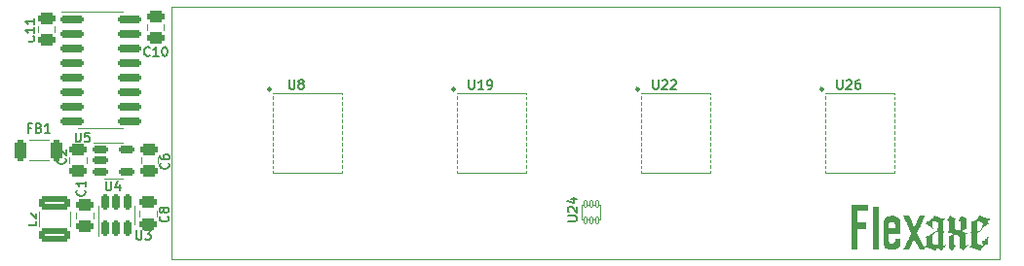
<source format=gto>
G04 #@! TF.GenerationSoftware,KiCad,Pcbnew,7.0.7-7.0.7~ubuntu22.04.1*
G04 #@! TF.CreationDate,2024-03-13T22:54:31+01:00*
G04 #@! TF.ProjectId,flexaxe,666c6578-6178-4652-9e6b-696361645f70,rev?*
G04 #@! TF.SameCoordinates,Original*
G04 #@! TF.FileFunction,Legend,Top*
G04 #@! TF.FilePolarity,Positive*
%FSLAX46Y46*%
G04 Gerber Fmt 4.6, Leading zero omitted, Abs format (unit mm)*
G04 Created by KiCad (PCBNEW 7.0.7-7.0.7~ubuntu22.04.1) date 2024-03-13 22:54:31*
%MOMM*%
%LPD*%
G01*
G04 APERTURE LIST*
G04 Aperture macros list*
%AMRoundRect*
0 Rectangle with rounded corners*
0 $1 Rounding radius*
0 $2 $3 $4 $5 $6 $7 $8 $9 X,Y pos of 4 corners*
0 Add a 4 corners polygon primitive as box body*
4,1,4,$2,$3,$4,$5,$6,$7,$8,$9,$2,$3,0*
0 Add four circle primitives for the rounded corners*
1,1,$1+$1,$2,$3*
1,1,$1+$1,$4,$5*
1,1,$1+$1,$6,$7*
1,1,$1+$1,$8,$9*
0 Add four rect primitives between the rounded corners*
20,1,$1+$1,$2,$3,$4,$5,0*
20,1,$1+$1,$4,$5,$6,$7,0*
20,1,$1+$1,$6,$7,$8,$9,0*
20,1,$1+$1,$8,$9,$2,$3,0*%
G04 Aperture macros list end*
%ADD10C,0.100000*%
%ADD11C,0.150000*%
%ADD12C,0.120000*%
%ADD13C,0.050000*%
%ADD14C,0.227485*%
%ADD15RoundRect,0.250000X-0.475000X0.250000X-0.475000X-0.250000X0.475000X-0.250000X0.475000X0.250000X0*%
%ADD16C,2.700000*%
%ADD17R,0.792000X0.221000*%
%ADD18R,3.900000X1.810000*%
%ADD19R,4.277000X4.530000*%
%ADD20RoundRect,0.150000X0.150000X-0.512500X0.150000X0.512500X-0.150000X0.512500X-0.150000X-0.512500X0*%
%ADD21RoundRect,0.150000X-0.512500X-0.150000X0.512500X-0.150000X0.512500X0.150000X-0.512500X0.150000X0*%
%ADD22C,0.900000*%
%ADD23C,8.600000*%
%ADD24RoundRect,0.150000X-0.825000X-0.150000X0.825000X-0.150000X0.825000X0.150000X-0.825000X0.150000X0*%
%ADD25RoundRect,0.050000X0.100000X-0.285000X0.100000X0.285000X-0.100000X0.285000X-0.100000X-0.285000X0*%
%ADD26RoundRect,0.250000X-1.075000X0.375000X-1.075000X-0.375000X1.075000X-0.375000X1.075000X0.375000X0*%
%ADD27RoundRect,0.250000X-0.275000X-0.700000X0.275000X-0.700000X0.275000X0.700000X-0.275000X0.700000X0*%
G04 APERTURE END LIST*
D10*
X113234000Y-71250000D02*
X185234000Y-71250000D01*
X185234000Y-93250000D02*
X113234000Y-93250000D01*
X113234000Y-93250000D02*
X113234000Y-71250000D01*
X185234000Y-71250000D02*
X185234000Y-93250000D01*
X113234000Y-93250000D02*
X113234000Y-71250000D01*
D11*
X112930104Y-89496932D02*
X112968200Y-89535028D01*
X112968200Y-89535028D02*
X113006295Y-89649313D01*
X113006295Y-89649313D02*
X113006295Y-89725504D01*
X113006295Y-89725504D02*
X112968200Y-89839790D01*
X112968200Y-89839790D02*
X112892009Y-89915980D01*
X112892009Y-89915980D02*
X112815819Y-89954075D01*
X112815819Y-89954075D02*
X112663438Y-89992171D01*
X112663438Y-89992171D02*
X112549152Y-89992171D01*
X112549152Y-89992171D02*
X112396771Y-89954075D01*
X112396771Y-89954075D02*
X112320580Y-89915980D01*
X112320580Y-89915980D02*
X112244390Y-89839790D01*
X112244390Y-89839790D02*
X112206295Y-89725504D01*
X112206295Y-89725504D02*
X112206295Y-89649313D01*
X112206295Y-89649313D02*
X112244390Y-89535028D01*
X112244390Y-89535028D02*
X112282485Y-89496932D01*
X112549152Y-89039790D02*
X112511057Y-89115980D01*
X112511057Y-89115980D02*
X112472961Y-89154075D01*
X112472961Y-89154075D02*
X112396771Y-89192171D01*
X112396771Y-89192171D02*
X112358676Y-89192171D01*
X112358676Y-89192171D02*
X112282485Y-89154075D01*
X112282485Y-89154075D02*
X112244390Y-89115980D01*
X112244390Y-89115980D02*
X112206295Y-89039790D01*
X112206295Y-89039790D02*
X112206295Y-88887409D01*
X112206295Y-88887409D02*
X112244390Y-88811218D01*
X112244390Y-88811218D02*
X112282485Y-88773123D01*
X112282485Y-88773123D02*
X112358676Y-88735028D01*
X112358676Y-88735028D02*
X112396771Y-88735028D01*
X112396771Y-88735028D02*
X112472961Y-88773123D01*
X112472961Y-88773123D02*
X112511057Y-88811218D01*
X112511057Y-88811218D02*
X112549152Y-88887409D01*
X112549152Y-88887409D02*
X112549152Y-89039790D01*
X112549152Y-89039790D02*
X112587247Y-89115980D01*
X112587247Y-89115980D02*
X112625342Y-89154075D01*
X112625342Y-89154075D02*
X112701533Y-89192171D01*
X112701533Y-89192171D02*
X112853914Y-89192171D01*
X112853914Y-89192171D02*
X112930104Y-89154075D01*
X112930104Y-89154075D02*
X112968200Y-89115980D01*
X112968200Y-89115980D02*
X113006295Y-89039790D01*
X113006295Y-89039790D02*
X113006295Y-88887409D01*
X113006295Y-88887409D02*
X112968200Y-88811218D01*
X112968200Y-88811218D02*
X112930104Y-88773123D01*
X112930104Y-88773123D02*
X112853914Y-88735028D01*
X112853914Y-88735028D02*
X112701533Y-88735028D01*
X112701533Y-88735028D02*
X112625342Y-88773123D01*
X112625342Y-88773123D02*
X112587247Y-88811218D01*
X112587247Y-88811218D02*
X112549152Y-88887409D01*
X123504476Y-77612295D02*
X123504476Y-78259914D01*
X123504476Y-78259914D02*
X123542571Y-78336104D01*
X123542571Y-78336104D02*
X123580666Y-78374200D01*
X123580666Y-78374200D02*
X123656857Y-78412295D01*
X123656857Y-78412295D02*
X123809238Y-78412295D01*
X123809238Y-78412295D02*
X123885428Y-78374200D01*
X123885428Y-78374200D02*
X123923523Y-78336104D01*
X123923523Y-78336104D02*
X123961619Y-78259914D01*
X123961619Y-78259914D02*
X123961619Y-77612295D01*
X124456856Y-77955152D02*
X124380666Y-77917057D01*
X124380666Y-77917057D02*
X124342571Y-77878961D01*
X124342571Y-77878961D02*
X124304475Y-77802771D01*
X124304475Y-77802771D02*
X124304475Y-77764676D01*
X124304475Y-77764676D02*
X124342571Y-77688485D01*
X124342571Y-77688485D02*
X124380666Y-77650390D01*
X124380666Y-77650390D02*
X124456856Y-77612295D01*
X124456856Y-77612295D02*
X124609237Y-77612295D01*
X124609237Y-77612295D02*
X124685428Y-77650390D01*
X124685428Y-77650390D02*
X124723523Y-77688485D01*
X124723523Y-77688485D02*
X124761618Y-77764676D01*
X124761618Y-77764676D02*
X124761618Y-77802771D01*
X124761618Y-77802771D02*
X124723523Y-77878961D01*
X124723523Y-77878961D02*
X124685428Y-77917057D01*
X124685428Y-77917057D02*
X124609237Y-77955152D01*
X124609237Y-77955152D02*
X124456856Y-77955152D01*
X124456856Y-77955152D02*
X124380666Y-77993247D01*
X124380666Y-77993247D02*
X124342571Y-78031342D01*
X124342571Y-78031342D02*
X124304475Y-78107533D01*
X124304475Y-78107533D02*
X124304475Y-78259914D01*
X124304475Y-78259914D02*
X124342571Y-78336104D01*
X124342571Y-78336104D02*
X124380666Y-78374200D01*
X124380666Y-78374200D02*
X124456856Y-78412295D01*
X124456856Y-78412295D02*
X124609237Y-78412295D01*
X124609237Y-78412295D02*
X124685428Y-78374200D01*
X124685428Y-78374200D02*
X124723523Y-78336104D01*
X124723523Y-78336104D02*
X124761618Y-78259914D01*
X124761618Y-78259914D02*
X124761618Y-78107533D01*
X124761618Y-78107533D02*
X124723523Y-78031342D01*
X124723523Y-78031342D02*
X124685428Y-77993247D01*
X124685428Y-77993247D02*
X124609237Y-77955152D01*
X110219476Y-90754295D02*
X110219476Y-91401914D01*
X110219476Y-91401914D02*
X110257571Y-91478104D01*
X110257571Y-91478104D02*
X110295666Y-91516200D01*
X110295666Y-91516200D02*
X110371857Y-91554295D01*
X110371857Y-91554295D02*
X110524238Y-91554295D01*
X110524238Y-91554295D02*
X110600428Y-91516200D01*
X110600428Y-91516200D02*
X110638523Y-91478104D01*
X110638523Y-91478104D02*
X110676619Y-91401914D01*
X110676619Y-91401914D02*
X110676619Y-90754295D01*
X110981380Y-90754295D02*
X111476618Y-90754295D01*
X111476618Y-90754295D02*
X111209952Y-91059057D01*
X111209952Y-91059057D02*
X111324237Y-91059057D01*
X111324237Y-91059057D02*
X111400428Y-91097152D01*
X111400428Y-91097152D02*
X111438523Y-91135247D01*
X111438523Y-91135247D02*
X111476618Y-91211438D01*
X111476618Y-91211438D02*
X111476618Y-91401914D01*
X111476618Y-91401914D02*
X111438523Y-91478104D01*
X111438523Y-91478104D02*
X111400428Y-91516200D01*
X111400428Y-91516200D02*
X111324237Y-91554295D01*
X111324237Y-91554295D02*
X111095666Y-91554295D01*
X111095666Y-91554295D02*
X111019475Y-91516200D01*
X111019475Y-91516200D02*
X110981380Y-91478104D01*
X107590476Y-86462295D02*
X107590476Y-87109914D01*
X107590476Y-87109914D02*
X107628571Y-87186104D01*
X107628571Y-87186104D02*
X107666666Y-87224200D01*
X107666666Y-87224200D02*
X107742857Y-87262295D01*
X107742857Y-87262295D02*
X107895238Y-87262295D01*
X107895238Y-87262295D02*
X107971428Y-87224200D01*
X107971428Y-87224200D02*
X108009523Y-87186104D01*
X108009523Y-87186104D02*
X108047619Y-87109914D01*
X108047619Y-87109914D02*
X108047619Y-86462295D01*
X108771428Y-86728961D02*
X108771428Y-87262295D01*
X108580952Y-86424200D02*
X108390475Y-86995628D01*
X108390475Y-86995628D02*
X108885714Y-86995628D01*
X111372714Y-75470104D02*
X111334618Y-75508200D01*
X111334618Y-75508200D02*
X111220333Y-75546295D01*
X111220333Y-75546295D02*
X111144142Y-75546295D01*
X111144142Y-75546295D02*
X111029856Y-75508200D01*
X111029856Y-75508200D02*
X110953666Y-75432009D01*
X110953666Y-75432009D02*
X110915571Y-75355819D01*
X110915571Y-75355819D02*
X110877475Y-75203438D01*
X110877475Y-75203438D02*
X110877475Y-75089152D01*
X110877475Y-75089152D02*
X110915571Y-74936771D01*
X110915571Y-74936771D02*
X110953666Y-74860580D01*
X110953666Y-74860580D02*
X111029856Y-74784390D01*
X111029856Y-74784390D02*
X111144142Y-74746295D01*
X111144142Y-74746295D02*
X111220333Y-74746295D01*
X111220333Y-74746295D02*
X111334618Y-74784390D01*
X111334618Y-74784390D02*
X111372714Y-74822485D01*
X112134618Y-75546295D02*
X111677475Y-75546295D01*
X111906047Y-75546295D02*
X111906047Y-74746295D01*
X111906047Y-74746295D02*
X111829856Y-74860580D01*
X111829856Y-74860580D02*
X111753666Y-74936771D01*
X111753666Y-74936771D02*
X111677475Y-74974866D01*
X112629857Y-74746295D02*
X112706047Y-74746295D01*
X112706047Y-74746295D02*
X112782238Y-74784390D01*
X112782238Y-74784390D02*
X112820333Y-74822485D01*
X112820333Y-74822485D02*
X112858428Y-74898676D01*
X112858428Y-74898676D02*
X112896523Y-75051057D01*
X112896523Y-75051057D02*
X112896523Y-75241533D01*
X112896523Y-75241533D02*
X112858428Y-75393914D01*
X112858428Y-75393914D02*
X112820333Y-75470104D01*
X112820333Y-75470104D02*
X112782238Y-75508200D01*
X112782238Y-75508200D02*
X112706047Y-75546295D01*
X112706047Y-75546295D02*
X112629857Y-75546295D01*
X112629857Y-75546295D02*
X112553666Y-75508200D01*
X112553666Y-75508200D02*
X112515571Y-75470104D01*
X112515571Y-75470104D02*
X112477476Y-75393914D01*
X112477476Y-75393914D02*
X112439380Y-75241533D01*
X112439380Y-75241533D02*
X112439380Y-75051057D01*
X112439380Y-75051057D02*
X112477476Y-74898676D01*
X112477476Y-74898676D02*
X112515571Y-74822485D01*
X112515571Y-74822485D02*
X112553666Y-74784390D01*
X112553666Y-74784390D02*
X112629857Y-74746295D01*
X104927476Y-82239295D02*
X104927476Y-82886914D01*
X104927476Y-82886914D02*
X104965571Y-82963104D01*
X104965571Y-82963104D02*
X105003666Y-83001200D01*
X105003666Y-83001200D02*
X105079857Y-83039295D01*
X105079857Y-83039295D02*
X105232238Y-83039295D01*
X105232238Y-83039295D02*
X105308428Y-83001200D01*
X105308428Y-83001200D02*
X105346523Y-82963104D01*
X105346523Y-82963104D02*
X105384619Y-82886914D01*
X105384619Y-82886914D02*
X105384619Y-82239295D01*
X106146523Y-82239295D02*
X105765571Y-82239295D01*
X105765571Y-82239295D02*
X105727475Y-82620247D01*
X105727475Y-82620247D02*
X105765571Y-82582152D01*
X105765571Y-82582152D02*
X105841761Y-82544057D01*
X105841761Y-82544057D02*
X106032237Y-82544057D01*
X106032237Y-82544057D02*
X106108428Y-82582152D01*
X106108428Y-82582152D02*
X106146523Y-82620247D01*
X106146523Y-82620247D02*
X106184618Y-82696438D01*
X106184618Y-82696438D02*
X106184618Y-82886914D01*
X106184618Y-82886914D02*
X106146523Y-82963104D01*
X106146523Y-82963104D02*
X106108428Y-83001200D01*
X106108428Y-83001200D02*
X106032237Y-83039295D01*
X106032237Y-83039295D02*
X105841761Y-83039295D01*
X105841761Y-83039295D02*
X105765571Y-83001200D01*
X105765571Y-83001200D02*
X105727475Y-82963104D01*
X112980904Y-84874132D02*
X113019000Y-84912228D01*
X113019000Y-84912228D02*
X113057095Y-85026513D01*
X113057095Y-85026513D02*
X113057095Y-85102704D01*
X113057095Y-85102704D02*
X113019000Y-85216990D01*
X113019000Y-85216990D02*
X112942809Y-85293180D01*
X112942809Y-85293180D02*
X112866619Y-85331275D01*
X112866619Y-85331275D02*
X112714238Y-85369371D01*
X112714238Y-85369371D02*
X112599952Y-85369371D01*
X112599952Y-85369371D02*
X112447571Y-85331275D01*
X112447571Y-85331275D02*
X112371380Y-85293180D01*
X112371380Y-85293180D02*
X112295190Y-85216990D01*
X112295190Y-85216990D02*
X112257095Y-85102704D01*
X112257095Y-85102704D02*
X112257095Y-85026513D01*
X112257095Y-85026513D02*
X112295190Y-84912228D01*
X112295190Y-84912228D02*
X112333285Y-84874132D01*
X112257095Y-84188418D02*
X112257095Y-84340799D01*
X112257095Y-84340799D02*
X112295190Y-84416990D01*
X112295190Y-84416990D02*
X112333285Y-84455085D01*
X112333285Y-84455085D02*
X112447571Y-84531275D01*
X112447571Y-84531275D02*
X112599952Y-84569371D01*
X112599952Y-84569371D02*
X112904714Y-84569371D01*
X112904714Y-84569371D02*
X112980904Y-84531275D01*
X112980904Y-84531275D02*
X113019000Y-84493180D01*
X113019000Y-84493180D02*
X113057095Y-84416990D01*
X113057095Y-84416990D02*
X113057095Y-84264609D01*
X113057095Y-84264609D02*
X113019000Y-84188418D01*
X113019000Y-84188418D02*
X112980904Y-84150323D01*
X112980904Y-84150323D02*
X112904714Y-84112228D01*
X112904714Y-84112228D02*
X112714238Y-84112228D01*
X112714238Y-84112228D02*
X112638047Y-84150323D01*
X112638047Y-84150323D02*
X112599952Y-84188418D01*
X112599952Y-84188418D02*
X112561857Y-84264609D01*
X112561857Y-84264609D02*
X112561857Y-84416990D01*
X112561857Y-84416990D02*
X112599952Y-84493180D01*
X112599952Y-84493180D02*
X112638047Y-84531275D01*
X112638047Y-84531275D02*
X112714238Y-84569371D01*
X104011104Y-84442332D02*
X104049200Y-84480428D01*
X104049200Y-84480428D02*
X104087295Y-84594713D01*
X104087295Y-84594713D02*
X104087295Y-84670904D01*
X104087295Y-84670904D02*
X104049200Y-84785190D01*
X104049200Y-84785190D02*
X103973009Y-84861380D01*
X103973009Y-84861380D02*
X103896819Y-84899475D01*
X103896819Y-84899475D02*
X103744438Y-84937571D01*
X103744438Y-84937571D02*
X103630152Y-84937571D01*
X103630152Y-84937571D02*
X103477771Y-84899475D01*
X103477771Y-84899475D02*
X103401580Y-84861380D01*
X103401580Y-84861380D02*
X103325390Y-84785190D01*
X103325390Y-84785190D02*
X103287295Y-84670904D01*
X103287295Y-84670904D02*
X103287295Y-84594713D01*
X103287295Y-84594713D02*
X103325390Y-84480428D01*
X103325390Y-84480428D02*
X103363485Y-84442332D01*
X103363485Y-84137571D02*
X103325390Y-84099475D01*
X103325390Y-84099475D02*
X103287295Y-84023285D01*
X103287295Y-84023285D02*
X103287295Y-83832809D01*
X103287295Y-83832809D02*
X103325390Y-83756618D01*
X103325390Y-83756618D02*
X103363485Y-83718523D01*
X103363485Y-83718523D02*
X103439676Y-83680428D01*
X103439676Y-83680428D02*
X103515866Y-83680428D01*
X103515866Y-83680428D02*
X103630152Y-83718523D01*
X103630152Y-83718523D02*
X104087295Y-84175666D01*
X104087295Y-84175666D02*
X104087295Y-83680428D01*
X139123524Y-77612295D02*
X139123524Y-78259914D01*
X139123524Y-78259914D02*
X139161619Y-78336104D01*
X139161619Y-78336104D02*
X139199714Y-78374200D01*
X139199714Y-78374200D02*
X139275905Y-78412295D01*
X139275905Y-78412295D02*
X139428286Y-78412295D01*
X139428286Y-78412295D02*
X139504476Y-78374200D01*
X139504476Y-78374200D02*
X139542571Y-78336104D01*
X139542571Y-78336104D02*
X139580667Y-78259914D01*
X139580667Y-78259914D02*
X139580667Y-77612295D01*
X140380666Y-78412295D02*
X139923523Y-78412295D01*
X140152095Y-78412295D02*
X140152095Y-77612295D01*
X140152095Y-77612295D02*
X140075904Y-77726580D01*
X140075904Y-77726580D02*
X139999714Y-77802771D01*
X139999714Y-77802771D02*
X139923523Y-77840866D01*
X140761619Y-78412295D02*
X140914000Y-78412295D01*
X140914000Y-78412295D02*
X140990190Y-78374200D01*
X140990190Y-78374200D02*
X141028286Y-78336104D01*
X141028286Y-78336104D02*
X141104476Y-78221819D01*
X141104476Y-78221819D02*
X141142571Y-78069438D01*
X141142571Y-78069438D02*
X141142571Y-77764676D01*
X141142571Y-77764676D02*
X141104476Y-77688485D01*
X141104476Y-77688485D02*
X141066381Y-77650390D01*
X141066381Y-77650390D02*
X140990190Y-77612295D01*
X140990190Y-77612295D02*
X140837809Y-77612295D01*
X140837809Y-77612295D02*
X140761619Y-77650390D01*
X140761619Y-77650390D02*
X140723524Y-77688485D01*
X140723524Y-77688485D02*
X140685428Y-77764676D01*
X140685428Y-77764676D02*
X140685428Y-77955152D01*
X140685428Y-77955152D02*
X140723524Y-78031342D01*
X140723524Y-78031342D02*
X140761619Y-78069438D01*
X140761619Y-78069438D02*
X140837809Y-78107533D01*
X140837809Y-78107533D02*
X140990190Y-78107533D01*
X140990190Y-78107533D02*
X141066381Y-78069438D01*
X141066381Y-78069438D02*
X141104476Y-78031342D01*
X141104476Y-78031342D02*
X141142571Y-77955152D01*
X147706095Y-89938875D02*
X148353714Y-89938875D01*
X148353714Y-89938875D02*
X148429904Y-89900780D01*
X148429904Y-89900780D02*
X148468000Y-89862685D01*
X148468000Y-89862685D02*
X148506095Y-89786494D01*
X148506095Y-89786494D02*
X148506095Y-89634113D01*
X148506095Y-89634113D02*
X148468000Y-89557923D01*
X148468000Y-89557923D02*
X148429904Y-89519828D01*
X148429904Y-89519828D02*
X148353714Y-89481732D01*
X148353714Y-89481732D02*
X147706095Y-89481732D01*
X147782285Y-89138876D02*
X147744190Y-89100780D01*
X147744190Y-89100780D02*
X147706095Y-89024590D01*
X147706095Y-89024590D02*
X147706095Y-88834114D01*
X147706095Y-88834114D02*
X147744190Y-88757923D01*
X147744190Y-88757923D02*
X147782285Y-88719828D01*
X147782285Y-88719828D02*
X147858476Y-88681733D01*
X147858476Y-88681733D02*
X147934666Y-88681733D01*
X147934666Y-88681733D02*
X148048952Y-88719828D01*
X148048952Y-88719828D02*
X148506095Y-89176971D01*
X148506095Y-89176971D02*
X148506095Y-88681733D01*
X147972761Y-87996018D02*
X148506095Y-87996018D01*
X147668000Y-88186494D02*
X148239428Y-88376971D01*
X148239428Y-88376971D02*
X148239428Y-87881732D01*
X101491295Y-89925333D02*
X101491295Y-90306285D01*
X101491295Y-90306285D02*
X100691295Y-90306285D01*
X100767485Y-89696762D02*
X100729390Y-89658666D01*
X100729390Y-89658666D02*
X100691295Y-89582476D01*
X100691295Y-89582476D02*
X100691295Y-89392000D01*
X100691295Y-89392000D02*
X100729390Y-89315809D01*
X100729390Y-89315809D02*
X100767485Y-89277714D01*
X100767485Y-89277714D02*
X100843676Y-89239619D01*
X100843676Y-89239619D02*
X100919866Y-89239619D01*
X100919866Y-89239619D02*
X101034152Y-89277714D01*
X101034152Y-89277714D02*
X101491295Y-89734857D01*
X101491295Y-89734857D02*
X101491295Y-89239619D01*
X171123524Y-77612295D02*
X171123524Y-78259914D01*
X171123524Y-78259914D02*
X171161619Y-78336104D01*
X171161619Y-78336104D02*
X171199714Y-78374200D01*
X171199714Y-78374200D02*
X171275905Y-78412295D01*
X171275905Y-78412295D02*
X171428286Y-78412295D01*
X171428286Y-78412295D02*
X171504476Y-78374200D01*
X171504476Y-78374200D02*
X171542571Y-78336104D01*
X171542571Y-78336104D02*
X171580667Y-78259914D01*
X171580667Y-78259914D02*
X171580667Y-77612295D01*
X171923523Y-77688485D02*
X171961619Y-77650390D01*
X171961619Y-77650390D02*
X172037809Y-77612295D01*
X172037809Y-77612295D02*
X172228285Y-77612295D01*
X172228285Y-77612295D02*
X172304476Y-77650390D01*
X172304476Y-77650390D02*
X172342571Y-77688485D01*
X172342571Y-77688485D02*
X172380666Y-77764676D01*
X172380666Y-77764676D02*
X172380666Y-77840866D01*
X172380666Y-77840866D02*
X172342571Y-77955152D01*
X172342571Y-77955152D02*
X171885428Y-78412295D01*
X171885428Y-78412295D02*
X172380666Y-78412295D01*
X173066381Y-77612295D02*
X172914000Y-77612295D01*
X172914000Y-77612295D02*
X172837809Y-77650390D01*
X172837809Y-77650390D02*
X172799714Y-77688485D01*
X172799714Y-77688485D02*
X172723524Y-77802771D01*
X172723524Y-77802771D02*
X172685428Y-77955152D01*
X172685428Y-77955152D02*
X172685428Y-78259914D01*
X172685428Y-78259914D02*
X172723524Y-78336104D01*
X172723524Y-78336104D02*
X172761619Y-78374200D01*
X172761619Y-78374200D02*
X172837809Y-78412295D01*
X172837809Y-78412295D02*
X172990190Y-78412295D01*
X172990190Y-78412295D02*
X173066381Y-78374200D01*
X173066381Y-78374200D02*
X173104476Y-78336104D01*
X173104476Y-78336104D02*
X173142571Y-78259914D01*
X173142571Y-78259914D02*
X173142571Y-78069438D01*
X173142571Y-78069438D02*
X173104476Y-77993247D01*
X173104476Y-77993247D02*
X173066381Y-77955152D01*
X173066381Y-77955152D02*
X172990190Y-77917057D01*
X172990190Y-77917057D02*
X172837809Y-77917057D01*
X172837809Y-77917057D02*
X172761619Y-77955152D01*
X172761619Y-77955152D02*
X172723524Y-77993247D01*
X172723524Y-77993247D02*
X172685428Y-78069438D01*
X155123524Y-77612295D02*
X155123524Y-78259914D01*
X155123524Y-78259914D02*
X155161619Y-78336104D01*
X155161619Y-78336104D02*
X155199714Y-78374200D01*
X155199714Y-78374200D02*
X155275905Y-78412295D01*
X155275905Y-78412295D02*
X155428286Y-78412295D01*
X155428286Y-78412295D02*
X155504476Y-78374200D01*
X155504476Y-78374200D02*
X155542571Y-78336104D01*
X155542571Y-78336104D02*
X155580667Y-78259914D01*
X155580667Y-78259914D02*
X155580667Y-77612295D01*
X155923523Y-77688485D02*
X155961619Y-77650390D01*
X155961619Y-77650390D02*
X156037809Y-77612295D01*
X156037809Y-77612295D02*
X156228285Y-77612295D01*
X156228285Y-77612295D02*
X156304476Y-77650390D01*
X156304476Y-77650390D02*
X156342571Y-77688485D01*
X156342571Y-77688485D02*
X156380666Y-77764676D01*
X156380666Y-77764676D02*
X156380666Y-77840866D01*
X156380666Y-77840866D02*
X156342571Y-77955152D01*
X156342571Y-77955152D02*
X155885428Y-78412295D01*
X155885428Y-78412295D02*
X156380666Y-78412295D01*
X156685428Y-77688485D02*
X156723524Y-77650390D01*
X156723524Y-77650390D02*
X156799714Y-77612295D01*
X156799714Y-77612295D02*
X156990190Y-77612295D01*
X156990190Y-77612295D02*
X157066381Y-77650390D01*
X157066381Y-77650390D02*
X157104476Y-77688485D01*
X157104476Y-77688485D02*
X157142571Y-77764676D01*
X157142571Y-77764676D02*
X157142571Y-77840866D01*
X157142571Y-77840866D02*
X157104476Y-77955152D01*
X157104476Y-77955152D02*
X156647333Y-78412295D01*
X156647333Y-78412295D02*
X157142571Y-78412295D01*
X101282104Y-73827285D02*
X101320200Y-73865381D01*
X101320200Y-73865381D02*
X101358295Y-73979666D01*
X101358295Y-73979666D02*
X101358295Y-74055857D01*
X101358295Y-74055857D02*
X101320200Y-74170143D01*
X101320200Y-74170143D02*
X101244009Y-74246333D01*
X101244009Y-74246333D02*
X101167819Y-74284428D01*
X101167819Y-74284428D02*
X101015438Y-74322524D01*
X101015438Y-74322524D02*
X100901152Y-74322524D01*
X100901152Y-74322524D02*
X100748771Y-74284428D01*
X100748771Y-74284428D02*
X100672580Y-74246333D01*
X100672580Y-74246333D02*
X100596390Y-74170143D01*
X100596390Y-74170143D02*
X100558295Y-74055857D01*
X100558295Y-74055857D02*
X100558295Y-73979666D01*
X100558295Y-73979666D02*
X100596390Y-73865381D01*
X100596390Y-73865381D02*
X100634485Y-73827285D01*
X101358295Y-73065381D02*
X101358295Y-73522524D01*
X101358295Y-73293952D02*
X100558295Y-73293952D01*
X100558295Y-73293952D02*
X100672580Y-73370143D01*
X100672580Y-73370143D02*
X100748771Y-73446333D01*
X100748771Y-73446333D02*
X100786866Y-73522524D01*
X101358295Y-72303476D02*
X101358295Y-72760619D01*
X101358295Y-72532047D02*
X100558295Y-72532047D01*
X100558295Y-72532047D02*
X100672580Y-72608238D01*
X100672580Y-72608238D02*
X100748771Y-72684428D01*
X100748771Y-72684428D02*
X100786866Y-72760619D01*
X101067333Y-81793247D02*
X100800667Y-81793247D01*
X100800667Y-82212295D02*
X100800667Y-81412295D01*
X100800667Y-81412295D02*
X101181619Y-81412295D01*
X101753047Y-81793247D02*
X101867333Y-81831342D01*
X101867333Y-81831342D02*
X101905428Y-81869438D01*
X101905428Y-81869438D02*
X101943524Y-81945628D01*
X101943524Y-81945628D02*
X101943524Y-82059914D01*
X101943524Y-82059914D02*
X101905428Y-82136104D01*
X101905428Y-82136104D02*
X101867333Y-82174200D01*
X101867333Y-82174200D02*
X101791143Y-82212295D01*
X101791143Y-82212295D02*
X101486381Y-82212295D01*
X101486381Y-82212295D02*
X101486381Y-81412295D01*
X101486381Y-81412295D02*
X101753047Y-81412295D01*
X101753047Y-81412295D02*
X101829238Y-81450390D01*
X101829238Y-81450390D02*
X101867333Y-81488485D01*
X101867333Y-81488485D02*
X101905428Y-81564676D01*
X101905428Y-81564676D02*
X101905428Y-81640866D01*
X101905428Y-81640866D02*
X101867333Y-81717057D01*
X101867333Y-81717057D02*
X101829238Y-81755152D01*
X101829238Y-81755152D02*
X101753047Y-81793247D01*
X101753047Y-81793247D02*
X101486381Y-81793247D01*
X102705428Y-82212295D02*
X102248285Y-82212295D01*
X102476857Y-82212295D02*
X102476857Y-81412295D01*
X102476857Y-81412295D02*
X102400666Y-81526580D01*
X102400666Y-81526580D02*
X102324476Y-81602771D01*
X102324476Y-81602771D02*
X102248285Y-81640866D01*
X105715104Y-87225332D02*
X105753200Y-87263428D01*
X105753200Y-87263428D02*
X105791295Y-87377713D01*
X105791295Y-87377713D02*
X105791295Y-87453904D01*
X105791295Y-87453904D02*
X105753200Y-87568190D01*
X105753200Y-87568190D02*
X105677009Y-87644380D01*
X105677009Y-87644380D02*
X105600819Y-87682475D01*
X105600819Y-87682475D02*
X105448438Y-87720571D01*
X105448438Y-87720571D02*
X105334152Y-87720571D01*
X105334152Y-87720571D02*
X105181771Y-87682475D01*
X105181771Y-87682475D02*
X105105580Y-87644380D01*
X105105580Y-87644380D02*
X105029390Y-87568190D01*
X105029390Y-87568190D02*
X104991295Y-87453904D01*
X104991295Y-87453904D02*
X104991295Y-87377713D01*
X104991295Y-87377713D02*
X105029390Y-87263428D01*
X105029390Y-87263428D02*
X105067485Y-87225332D01*
X105791295Y-86463428D02*
X105791295Y-86920571D01*
X105791295Y-86691999D02*
X104991295Y-86691999D01*
X104991295Y-86691999D02*
X105105580Y-86768190D01*
X105105580Y-86768190D02*
X105181771Y-86844380D01*
X105181771Y-86844380D02*
X105219866Y-86920571D01*
D12*
X111964000Y-88988748D02*
X111964000Y-89511252D01*
X110494000Y-88988748D02*
X110494000Y-89511252D01*
D13*
X122084000Y-78750000D02*
X128084000Y-78750000D01*
X128084000Y-78750000D02*
X128084000Y-85750000D01*
X128084000Y-85750000D02*
X122084000Y-85750000D01*
X122084000Y-85750000D02*
X122084000Y-78750000D01*
D14*
X121877742Y-78440000D02*
G75*
G03*
X121877742Y-78440000I-113742J0D01*
G01*
D12*
X106919000Y-89387500D02*
X106919000Y-91187500D01*
X106919000Y-89387500D02*
X106919000Y-88587500D01*
X110039000Y-89387500D02*
X110039000Y-90187500D01*
X110039000Y-89387500D02*
X110039000Y-88587500D01*
X108251000Y-83096000D02*
X106451000Y-83096000D01*
X108251000Y-83096000D02*
X109051000Y-83096000D01*
X108251000Y-86216000D02*
X107451000Y-86216000D01*
X108251000Y-86216000D02*
X109051000Y-86216000D01*
X112622000Y-72744748D02*
X112622000Y-73267252D01*
X111152000Y-72744748D02*
X111152000Y-73267252D01*
X107115400Y-71705200D02*
X103665400Y-71705200D01*
X107115400Y-71705200D02*
X109065400Y-71705200D01*
X107115400Y-81825200D02*
X105165400Y-81825200D01*
X107115400Y-81825200D02*
X109065400Y-81825200D01*
X112086000Y-84376748D02*
X112086000Y-84899252D01*
X110616000Y-84376748D02*
X110616000Y-84899252D01*
X105886000Y-84376748D02*
X105886000Y-84899252D01*
X104416000Y-84376748D02*
X104416000Y-84899252D01*
D13*
X138084000Y-78750000D02*
X144084000Y-78750000D01*
X144084000Y-78750000D02*
X144084000Y-85750000D01*
X144084000Y-85750000D02*
X138084000Y-85750000D01*
X138084000Y-85750000D02*
X138084000Y-78750000D01*
D14*
X137877742Y-78440000D02*
G75*
G03*
X137877742Y-78440000I-113742J0D01*
G01*
D10*
X148943800Y-89748400D02*
X150543800Y-89748400D01*
X148943800Y-89748400D02*
X148943800Y-88548400D01*
X150543800Y-89748400D02*
X150543800Y-88548400D01*
X148943800Y-88548400D02*
X150543800Y-88548400D01*
D12*
X104489000Y-89147936D02*
X104489000Y-90352064D01*
X101769000Y-89147936D02*
X101769000Y-90352064D01*
D13*
X170084000Y-78750000D02*
X176084000Y-78750000D01*
X176084000Y-78750000D02*
X176084000Y-85750000D01*
X176084000Y-85750000D02*
X170084000Y-85750000D01*
X170084000Y-85750000D02*
X170084000Y-78750000D01*
D14*
X169877742Y-78440000D02*
G75*
G03*
X169877742Y-78440000I-113742J0D01*
G01*
D13*
X154084000Y-78750000D02*
X160084000Y-78750000D01*
X160084000Y-78750000D02*
X160084000Y-85750000D01*
X160084000Y-85750000D02*
X154084000Y-85750000D01*
X154084000Y-85750000D02*
X154084000Y-78750000D01*
D14*
X153877742Y-78440000D02*
G75*
G03*
X153877742Y-78440000I-113742J0D01*
G01*
G36*
X174732452Y-90541796D02*
G01*
X174732452Y-92407200D01*
X174486078Y-92407200D01*
X174239703Y-92407200D01*
X174239703Y-90541796D01*
X174239703Y-88676392D01*
X174486078Y-88676392D01*
X174732452Y-88676392D01*
X174732452Y-90541796D01*
G37*
G36*
X173838103Y-88773182D02*
G01*
X173834946Y-89034221D01*
X173356863Y-89037286D01*
X172878780Y-89040350D01*
X172878780Y-89556431D01*
X172878780Y-90072512D01*
X173254207Y-90072512D01*
X173629634Y-90072512D01*
X173629634Y-90336484D01*
X173629634Y-90600457D01*
X173254207Y-90600457D01*
X172878780Y-90600457D01*
X172878780Y-91503828D01*
X172878780Y-92407200D01*
X172638272Y-92407200D01*
X172397764Y-92407200D01*
X172397764Y-90459671D01*
X172397764Y-88512143D01*
X173119512Y-88512143D01*
X173841261Y-88512143D01*
X173838103Y-88773182D01*
G37*
G36*
X176001615Y-89488149D02*
G01*
X176069700Y-89490411D01*
X176119278Y-89494291D01*
X176134438Y-89496504D01*
X176238810Y-89527198D01*
X176334797Y-89578532D01*
X176420490Y-89648590D01*
X176493980Y-89735460D01*
X176553360Y-89837227D01*
X176596721Y-89951978D01*
X176599871Y-89963240D01*
X176605982Y-89987052D01*
X176611058Y-90011033D01*
X176615225Y-90037664D01*
X176618610Y-90069429D01*
X176621341Y-90108813D01*
X176623543Y-90158298D01*
X176625344Y-90220367D01*
X176626870Y-90297506D01*
X176628248Y-90392196D01*
X176629604Y-90506922D01*
X176630141Y-90556338D01*
X176635508Y-91057763D01*
X176115135Y-91060819D01*
X175594761Y-91063875D01*
X175594761Y-91392373D01*
X175594824Y-91488957D01*
X175595153Y-91565086D01*
X175595963Y-91623767D01*
X175597468Y-91668009D01*
X175599880Y-91700822D01*
X175603412Y-91725213D01*
X175608280Y-91744191D01*
X175614695Y-91760765D01*
X175621991Y-91776157D01*
X175650526Y-91822079D01*
X175686225Y-91853950D01*
X175733686Y-91874262D01*
X175797510Y-91885509D01*
X175828418Y-91888012D01*
X175917565Y-91888947D01*
X175988008Y-91878971D01*
X176042114Y-91857501D01*
X176080765Y-91825669D01*
X176105142Y-91792701D01*
X176122167Y-91755371D01*
X176132951Y-91708930D01*
X176138604Y-91648627D01*
X176140238Y-91571288D01*
X176140304Y-91445168D01*
X176386678Y-91445168D01*
X176633052Y-91445168D01*
X176632657Y-91559556D01*
X176631237Y-91626634D01*
X176627818Y-91703068D01*
X176623063Y-91774900D01*
X176621644Y-91791596D01*
X176600449Y-91922643D01*
X176562245Y-92041278D01*
X176508080Y-92146024D01*
X176439001Y-92235400D01*
X176356055Y-92307929D01*
X176260290Y-92362129D01*
X176202421Y-92383627D01*
X176174454Y-92391510D01*
X176146017Y-92397406D01*
X176113248Y-92401573D01*
X176072285Y-92404271D01*
X176019266Y-92405757D01*
X175950328Y-92406291D01*
X175866297Y-92406151D01*
X175758165Y-92404910D01*
X175670821Y-92402167D01*
X175605057Y-92397964D01*
X175561669Y-92392339D01*
X175552664Y-92390253D01*
X175449310Y-92349808D01*
X175356325Y-92289055D01*
X175275578Y-92209554D01*
X175208937Y-92112866D01*
X175199172Y-92094883D01*
X175183972Y-92066151D01*
X175170687Y-92040692D01*
X175159188Y-92016796D01*
X175149346Y-91992751D01*
X175141033Y-91966848D01*
X175134121Y-91937375D01*
X175128480Y-91902622D01*
X175123983Y-91860878D01*
X175120500Y-91810433D01*
X175117904Y-91749576D01*
X175116065Y-91676597D01*
X175114854Y-91589784D01*
X175114145Y-91487427D01*
X175113807Y-91367816D01*
X175113712Y-91229240D01*
X175113732Y-91069988D01*
X175113745Y-90958286D01*
X175113819Y-90782179D01*
X175114057Y-90628073D01*
X175114482Y-90494504D01*
X175114799Y-90437423D01*
X175589134Y-90437423D01*
X175590314Y-90484327D01*
X175592801Y-90518212D01*
X175596656Y-90533912D01*
X175596717Y-90533975D01*
X175610208Y-90536210D01*
X175643753Y-90538196D01*
X175693944Y-90539837D01*
X175757371Y-90541036D01*
X175830625Y-90541697D01*
X175873430Y-90541796D01*
X176142323Y-90541796D01*
X176138325Y-90351149D01*
X176135580Y-90265113D01*
X176130744Y-90198858D01*
X176122803Y-90148726D01*
X176110745Y-90111059D01*
X176093556Y-90082199D01*
X176070225Y-90058489D01*
X176053800Y-90045884D01*
X176035178Y-90034454D01*
X176013816Y-90026616D01*
X175984644Y-90021514D01*
X175942591Y-90018293D01*
X175882588Y-90016097D01*
X175876332Y-90015926D01*
X175815863Y-90014618D01*
X175773697Y-90014983D01*
X175744694Y-90017689D01*
X175723712Y-90023401D01*
X175705612Y-90032787D01*
X175695563Y-90039390D01*
X175648886Y-90078999D01*
X175618994Y-90125617D01*
X175601051Y-90186851D01*
X175600739Y-90188501D01*
X175596284Y-90222981D01*
X175592836Y-90270281D01*
X175590455Y-90325233D01*
X175589201Y-90382669D01*
X175589134Y-90437423D01*
X175114799Y-90437423D01*
X175115118Y-90380007D01*
X175115990Y-90283119D01*
X175117121Y-90202376D01*
X175118535Y-90136315D01*
X175120255Y-90083472D01*
X175122306Y-90042383D01*
X175124711Y-90011585D01*
X175127494Y-89989614D01*
X175129692Y-89978655D01*
X175164944Y-89874666D01*
X175216647Y-89775476D01*
X175281354Y-89686116D01*
X175355621Y-89611616D01*
X175407048Y-89573758D01*
X175448369Y-89548743D01*
X175486317Y-89529475D01*
X175524984Y-89515121D01*
X175568462Y-89504845D01*
X175620845Y-89497812D01*
X175686225Y-89493189D01*
X175768697Y-89490139D01*
X175823537Y-89488814D01*
X175918427Y-89487589D01*
X176001615Y-89488149D01*
G37*
G36*
X181937735Y-89446426D02*
G01*
X181962389Y-89466178D01*
X181994464Y-89494348D01*
X182002753Y-89501947D01*
X182080421Y-89567060D01*
X182158939Y-89620566D01*
X182234982Y-89660820D01*
X182305223Y-89686174D01*
X182366338Y-89694983D01*
X182389199Y-89693240D01*
X182416675Y-89691440D01*
X182426619Y-89698743D01*
X182418703Y-89716612D01*
X182392604Y-89746511D01*
X182372983Y-89766088D01*
X182317255Y-89820272D01*
X182313606Y-90210105D01*
X182309956Y-90599938D01*
X182260877Y-90613154D01*
X182217287Y-90627523D01*
X182174411Y-90645526D01*
X182168993Y-90648207D01*
X182142220Y-90663974D01*
X182105967Y-90688097D01*
X182064685Y-90717259D01*
X182022822Y-90748144D01*
X181984827Y-90777435D01*
X181955150Y-90801817D01*
X181938240Y-90817973D01*
X181935962Y-90821900D01*
X181946384Y-90828627D01*
X181975224Y-90841832D01*
X182018846Y-90859984D01*
X182073611Y-90881556D01*
X182117639Y-90898250D01*
X182185684Y-90923405D01*
X182235733Y-90941001D01*
X182271658Y-90951983D01*
X182297333Y-90957294D01*
X182316631Y-90957879D01*
X182333424Y-90954682D01*
X182340362Y-90952538D01*
X182375462Y-90933810D01*
X182407421Y-90905771D01*
X182410796Y-90901710D01*
X182429563Y-90880003D01*
X182438333Y-90876606D01*
X182437808Y-90892767D01*
X182428691Y-90929729D01*
X182428005Y-90932209D01*
X182401498Y-90988236D01*
X182357713Y-91037859D01*
X182302830Y-91074154D01*
X182300235Y-91075346D01*
X182252729Y-91096768D01*
X182252729Y-91551189D01*
X182252729Y-92005610D01*
X182283682Y-92025892D01*
X182338190Y-92049098D01*
X182395059Y-92051246D01*
X182447254Y-92032770D01*
X182474535Y-92018137D01*
X182492073Y-92011469D01*
X182494701Y-92011728D01*
X182488334Y-92021140D01*
X182468050Y-92044956D01*
X182436147Y-92080622D01*
X182394920Y-92125580D01*
X182346669Y-92177276D01*
X182330296Y-92194639D01*
X182256119Y-92275065D01*
X182196430Y-92343983D01*
X182152284Y-92400118D01*
X182124741Y-92442193D01*
X182123887Y-92443776D01*
X182086258Y-92514375D01*
X182010889Y-92443420D01*
X181964278Y-92399638D01*
X181911085Y-92349824D01*
X181861922Y-92303914D01*
X181856549Y-92298908D01*
X181777579Y-92225353D01*
X181771713Y-91750287D01*
X181765847Y-91275222D01*
X181531205Y-91184860D01*
X181461549Y-91158158D01*
X181399291Y-91134525D01*
X181347751Y-91115203D01*
X181310253Y-91101434D01*
X181290119Y-91094459D01*
X181287764Y-91093851D01*
X181285818Y-91105017D01*
X181284022Y-91137133D01*
X181282424Y-91187684D01*
X181281072Y-91254158D01*
X181280014Y-91334039D01*
X181279300Y-91424814D01*
X181278978Y-91523968D01*
X181278964Y-91549408D01*
X181278964Y-92005610D01*
X181311228Y-92027318D01*
X181357725Y-92045884D01*
X181411711Y-92048460D01*
X181463763Y-92035320D01*
X181487209Y-92022175D01*
X181510835Y-92007391D01*
X181524154Y-92003071D01*
X181525245Y-92004577D01*
X181517507Y-92015570D01*
X181495911Y-92040929D01*
X181462798Y-92078042D01*
X181420510Y-92124301D01*
X181371389Y-92177095D01*
X181351184Y-92198577D01*
X181287840Y-92267186D01*
X181232588Y-92329938D01*
X181187789Y-92384013D01*
X181155805Y-92426588D01*
X181142170Y-92448290D01*
X181107125Y-92513602D01*
X180952409Y-92370702D01*
X180797694Y-92227801D01*
X180800754Y-91740391D01*
X180803814Y-91252980D01*
X180868341Y-91233709D01*
X180920519Y-91216270D01*
X180966998Y-91195746D01*
X181014702Y-91168456D01*
X181070552Y-91130720D01*
X181094635Y-91113397D01*
X181133630Y-91084717D01*
X181156036Y-91066384D01*
X181164285Y-91055004D01*
X181160810Y-91047182D01*
X181148040Y-91039524D01*
X181147690Y-91039340D01*
X181102986Y-91018425D01*
X181046818Y-90995779D01*
X180985041Y-90973364D01*
X180923507Y-90953139D01*
X180868072Y-90937067D01*
X180824589Y-90927106D01*
X180805810Y-90924846D01*
X180768756Y-90925762D01*
X180743978Y-90934399D01*
X180720513Y-90955239D01*
X180714051Y-90962339D01*
X180688200Y-90988026D01*
X180674313Y-90993548D01*
X180672088Y-90978740D01*
X180680910Y-90944407D01*
X180713158Y-90877362D01*
X180760948Y-90826148D01*
X180793637Y-90805425D01*
X180823663Y-90788530D01*
X180844256Y-90774044D01*
X180847630Y-90770572D01*
X180849687Y-90756425D01*
X180851579Y-90721634D01*
X180853245Y-90669016D01*
X180854623Y-90601393D01*
X180855652Y-90521582D01*
X180856272Y-90432403D01*
X180856429Y-90364887D01*
X180856609Y-89970934D01*
X180798286Y-89943617D01*
X180756918Y-89920717D01*
X180718434Y-89893756D01*
X180704369Y-89881500D01*
X180668775Y-89846700D01*
X180694442Y-89804156D01*
X180714448Y-89772181D01*
X180742166Y-89729482D01*
X180775046Y-89679807D01*
X180810543Y-89626908D01*
X180846107Y-89574534D01*
X180879192Y-89526435D01*
X180907250Y-89486360D01*
X180927732Y-89458061D01*
X180938092Y-89445286D01*
X180938433Y-89445030D01*
X180951093Y-89449427D01*
X180977011Y-89466241D01*
X181011776Y-89492448D01*
X181033707Y-89510304D01*
X181098032Y-89562770D01*
X181150422Y-89602075D01*
X181195798Y-89631383D01*
X181239080Y-89653857D01*
X181285189Y-89672660D01*
X181287709Y-89673580D01*
X181350401Y-89691508D01*
X181400935Y-89694657D01*
X181407963Y-89693887D01*
X181437211Y-89691742D01*
X181453643Y-89693986D01*
X181454946Y-89695709D01*
X181447178Y-89707387D01*
X181426758Y-89730407D01*
X181398006Y-89759913D01*
X181396285Y-89761611D01*
X181337625Y-89819390D01*
X181337625Y-90208014D01*
X181337625Y-90596638D01*
X181563468Y-90685864D01*
X181632618Y-90713169D01*
X181695233Y-90737866D01*
X181747701Y-90758532D01*
X181786412Y-90773745D01*
X181807753Y-90782083D01*
X181809842Y-90782885D01*
X181815290Y-90783786D01*
X181819681Y-90780436D01*
X181823130Y-90770611D01*
X181825748Y-90752086D01*
X181827649Y-90722633D01*
X181828947Y-90680029D01*
X181829755Y-90622046D01*
X181830186Y-90546461D01*
X181830353Y-90451046D01*
X181830373Y-90379351D01*
X181830373Y-89968021D01*
X181780512Y-89945863D01*
X181741312Y-89925127D01*
X181703882Y-89899826D01*
X181673762Y-89874350D01*
X181656494Y-89853089D01*
X181654392Y-89845965D01*
X181660588Y-89832180D01*
X181677595Y-89803062D01*
X181703041Y-89762174D01*
X181734551Y-89713082D01*
X181769754Y-89659351D01*
X181806276Y-89604545D01*
X181841744Y-89552231D01*
X181873786Y-89505972D01*
X181900029Y-89469334D01*
X181918099Y-89445883D01*
X181925285Y-89438979D01*
X181937735Y-89446426D01*
G37*
G36*
X183461992Y-89443088D02*
G01*
X183492689Y-89454266D01*
X183535916Y-89470786D01*
X183585045Y-89490118D01*
X183674685Y-89525488D01*
X183767304Y-89561402D01*
X183859975Y-89596782D01*
X183949767Y-89630548D01*
X184033752Y-89661621D01*
X184109001Y-89688922D01*
X184172586Y-89711372D01*
X184221578Y-89727892D01*
X184253048Y-89737403D01*
X184260973Y-89739148D01*
X184310742Y-89735897D01*
X184354338Y-89710408D01*
X184384686Y-89674648D01*
X184402156Y-89653092D01*
X184410831Y-89652943D01*
X184410592Y-89673806D01*
X184401323Y-89715287D01*
X184399187Y-89723118D01*
X184370471Y-89783730D01*
X184321929Y-89833651D01*
X184276243Y-89861467D01*
X184223722Y-89886892D01*
X184223787Y-89965037D01*
X184228295Y-90043395D01*
X184242017Y-90101787D01*
X184265472Y-90142037D01*
X184277336Y-90153185D01*
X184306677Y-90176265D01*
X184243906Y-90189296D01*
X184184763Y-90204878D01*
X184128482Y-90227379D01*
X184072762Y-90258637D01*
X184015300Y-90300490D01*
X183953797Y-90354776D01*
X183885950Y-90423333D01*
X183809459Y-90507997D01*
X183733437Y-90596968D01*
X183649858Y-90692854D01*
X183574905Y-90770232D01*
X183505974Y-90831195D01*
X183440458Y-90877835D01*
X183375752Y-90912245D01*
X183311551Y-90935843D01*
X183249957Y-90954085D01*
X183249957Y-91416257D01*
X183250003Y-91532662D01*
X183250208Y-91627812D01*
X183250676Y-91703919D01*
X183251511Y-91763191D01*
X183252815Y-91807839D01*
X183254693Y-91840073D01*
X183257247Y-91862102D01*
X183260581Y-91876137D01*
X183264798Y-91884388D01*
X183270001Y-91889065D01*
X183272124Y-91890293D01*
X183297253Y-91901910D01*
X183337761Y-91918554D01*
X183389690Y-91938792D01*
X183449079Y-91961192D01*
X183511968Y-91984320D01*
X183574397Y-92006745D01*
X183632406Y-92027035D01*
X183682036Y-92043756D01*
X183719327Y-92055476D01*
X183740319Y-92060764D01*
X183743298Y-92060737D01*
X183748460Y-92046216D01*
X183751806Y-92013860D01*
X183753330Y-91969227D01*
X183753029Y-91917878D01*
X183750897Y-91865370D01*
X183746930Y-91817264D01*
X183743528Y-91791968D01*
X183728612Y-91740863D01*
X183703927Y-91708128D01*
X183673836Y-91682246D01*
X183728802Y-91674192D01*
X183802590Y-91657372D01*
X183868651Y-91628252D01*
X183931141Y-91584101D01*
X183994218Y-91522185D01*
X184037191Y-91471506D01*
X184095901Y-91400113D01*
X184144371Y-91345472D01*
X184185498Y-91304891D01*
X184222176Y-91275678D01*
X184257303Y-91255144D01*
X184280691Y-91245168D01*
X184316643Y-91233684D01*
X184342607Y-91228914D01*
X184355090Y-91230730D01*
X184350602Y-91239006D01*
X184337875Y-91247262D01*
X184294858Y-91283198D01*
X184261437Y-91334314D01*
X184247119Y-91373642D01*
X184242879Y-91400927D01*
X184238574Y-91447498D01*
X184234464Y-91509180D01*
X184230809Y-91581798D01*
X184227869Y-91661176D01*
X184226796Y-91700117D01*
X184224473Y-91788136D01*
X184222177Y-91855441D01*
X184219658Y-91904781D01*
X184216662Y-91938902D01*
X184212940Y-91960555D01*
X184208241Y-91972487D01*
X184202311Y-91977446D01*
X184201406Y-91977730D01*
X184179863Y-91982954D01*
X184144610Y-91990946D01*
X184118133Y-91996753D01*
X184008451Y-92031727D01*
X183902157Y-92086968D01*
X183803546Y-92159298D01*
X183716915Y-92245538D01*
X183646559Y-92342508D01*
X183643167Y-92348225D01*
X183617002Y-92394235D01*
X183594207Y-92436797D01*
X183578462Y-92468951D01*
X183575038Y-92477134D01*
X183562494Y-92501298D01*
X183550242Y-92511721D01*
X183549487Y-92511721D01*
X183534782Y-92507169D01*
X183502550Y-92495376D01*
X183456999Y-92477939D01*
X183402339Y-92456452D01*
X183379011Y-92447137D01*
X183298712Y-92415290D01*
X183213568Y-92382146D01*
X183126821Y-92348905D01*
X183041711Y-92316772D01*
X182961477Y-92286947D01*
X182889362Y-92260633D01*
X182828604Y-92239033D01*
X182782445Y-92223348D01*
X182754125Y-92214781D01*
X182750448Y-92213939D01*
X182697791Y-92214929D01*
X182648127Y-92238002D01*
X182614168Y-92269798D01*
X182582583Y-92307477D01*
X182593357Y-92260549D01*
X182600217Y-92228904D01*
X182604107Y-92207555D01*
X182604412Y-92204559D01*
X182613419Y-92186535D01*
X182635767Y-92160483D01*
X182665575Y-92131834D01*
X182696963Y-92106018D01*
X182724049Y-92088465D01*
X182734541Y-92084393D01*
X182768941Y-92076837D01*
X182768941Y-91554568D01*
X182768932Y-91424828D01*
X182768725Y-91316444D01*
X182768052Y-91227305D01*
X182766641Y-91155302D01*
X182764226Y-91098328D01*
X182760535Y-91054271D01*
X182755299Y-91021024D01*
X182748251Y-90996476D01*
X182739119Y-90978520D01*
X182727635Y-90965045D01*
X182713529Y-90953943D01*
X182696532Y-90943104D01*
X182690378Y-90939309D01*
X182652878Y-90916087D01*
X182710909Y-90860151D01*
X182768941Y-90804216D01*
X182768941Y-90391659D01*
X182768941Y-90376291D01*
X183249957Y-90376291D01*
X183250118Y-90482673D01*
X183250576Y-90581447D01*
X183251299Y-90670223D01*
X183252253Y-90746607D01*
X183253403Y-90808209D01*
X183254716Y-90852634D01*
X183256157Y-90877491D01*
X183257114Y-90882027D01*
X183270418Y-90876904D01*
X183298094Y-90863530D01*
X183330926Y-90846501D01*
X183422773Y-90787695D01*
X183509962Y-90713333D01*
X183588564Y-90628000D01*
X183654647Y-90536287D01*
X183704280Y-90442781D01*
X183724854Y-90386644D01*
X183734869Y-90343063D01*
X183743374Y-90287956D01*
X183749759Y-90228312D01*
X183753414Y-90171124D01*
X183753730Y-90123383D01*
X183750427Y-90093323D01*
X183738447Y-90071850D01*
X183711397Y-90053121D01*
X183681317Y-90039806D01*
X183648145Y-90026759D01*
X183598852Y-90007423D01*
X183539174Y-89984048D01*
X183474847Y-89958880D01*
X183449403Y-89948933D01*
X183389785Y-89925619D01*
X183337344Y-89905087D01*
X183296226Y-89888963D01*
X183270580Y-89878871D01*
X183264623Y-89876501D01*
X183260950Y-89879501D01*
X183257905Y-89892880D01*
X183255437Y-89918340D01*
X183253498Y-89957582D01*
X183252036Y-90012306D01*
X183251002Y-90084214D01*
X183250346Y-90175008D01*
X183250018Y-90286387D01*
X183249957Y-90376291D01*
X182768941Y-90376291D01*
X182768941Y-89979102D01*
X182801205Y-89971971D01*
X182909680Y-89944795D01*
X182999769Y-89914267D01*
X183076537Y-89877741D01*
X183145052Y-89832568D01*
X183210380Y-89776103D01*
X183246946Y-89739107D01*
X183308844Y-89668115D01*
X183356922Y-89599151D01*
X183389055Y-89540928D01*
X183411656Y-89497432D01*
X183430966Y-89463182D01*
X183444335Y-89442732D01*
X183448438Y-89438979D01*
X183461992Y-89443088D01*
G37*
G36*
X179562723Y-89443027D02*
G01*
X179593996Y-89454541D01*
X179642158Y-89472576D01*
X179704701Y-89496183D01*
X179779116Y-89524417D01*
X179862897Y-89556332D01*
X179945501Y-89587905D01*
X180058848Y-89631139D01*
X180152562Y-89666272D01*
X180228864Y-89693751D01*
X180289974Y-89714020D01*
X180338112Y-89727524D01*
X180375498Y-89734709D01*
X180404352Y-89736020D01*
X180426896Y-89731902D01*
X180445348Y-89722800D01*
X180461930Y-89709159D01*
X180476217Y-89694324D01*
X180499689Y-89669717D01*
X180511644Y-89661305D01*
X180515806Y-89667444D01*
X180516120Y-89676726D01*
X180508623Y-89713468D01*
X180489956Y-89757453D01*
X180464980Y-89798787D01*
X180444440Y-89822645D01*
X180414546Y-89844432D01*
X180377298Y-89864664D01*
X180370908Y-89867463D01*
X180325481Y-89886443D01*
X180330981Y-90335115D01*
X180332479Y-90455082D01*
X180334001Y-90553912D01*
X180335919Y-90633931D01*
X180338604Y-90697463D01*
X180342427Y-90746833D01*
X180347759Y-90784367D01*
X180354972Y-90812389D01*
X180364436Y-90833224D01*
X180376523Y-90849198D01*
X180391604Y-90862635D01*
X180410050Y-90875860D01*
X180418201Y-90881439D01*
X180458581Y-90909108D01*
X180423026Y-90926328D01*
X180396746Y-90941318D01*
X180376805Y-90959676D01*
X180362261Y-90984728D01*
X180352168Y-91019799D01*
X180345586Y-91068215D01*
X180341570Y-91133302D01*
X180339178Y-91218385D01*
X180339102Y-91222258D01*
X180338053Y-91296092D01*
X180337352Y-91386552D01*
X180337016Y-91486804D01*
X180337064Y-91590012D01*
X180337513Y-91689342D01*
X180337774Y-91722531D01*
X180340396Y-92017493D01*
X180387562Y-92036365D01*
X180436733Y-92051820D01*
X180476250Y-92052413D01*
X180514883Y-92037810D01*
X180526500Y-92031097D01*
X180556568Y-92014838D01*
X180569290Y-92013359D01*
X180564591Y-92026794D01*
X180542394Y-92055278D01*
X180502623Y-92098946D01*
X180468027Y-92134808D01*
X180392513Y-92212773D01*
X180332255Y-92277124D01*
X180285277Y-92330177D01*
X180249608Y-92374249D01*
X180223275Y-92411656D01*
X180204648Y-92444033D01*
X180187246Y-92475575D01*
X180173099Y-92496283D01*
X180167307Y-92501057D01*
X180156714Y-92493153D01*
X180132369Y-92471179D01*
X180097029Y-92437740D01*
X180053449Y-92395444D01*
X180005557Y-92348066D01*
X179852250Y-92195075D01*
X179797441Y-92268874D01*
X179763481Y-92319447D01*
X179729104Y-92378372D01*
X179704217Y-92427719D01*
X179685620Y-92467260D01*
X179670353Y-92496733D01*
X179661073Y-92511098D01*
X179659934Y-92511732D01*
X179647209Y-92507061D01*
X179617995Y-92495399D01*
X179577446Y-92478822D01*
X179554345Y-92469260D01*
X179468905Y-92434418D01*
X179378357Y-92398669D01*
X179285670Y-92363078D01*
X179193809Y-92328709D01*
X179105744Y-92296627D01*
X179024440Y-92267895D01*
X178952866Y-92243580D01*
X178893988Y-92224744D01*
X178850774Y-92212453D01*
X178826191Y-92207770D01*
X178825372Y-92207755D01*
X178791977Y-92211409D01*
X178763527Y-92225431D01*
X178733781Y-92251039D01*
X178688909Y-92294324D01*
X178711004Y-92345869D01*
X178723959Y-92377073D01*
X178731909Y-92398112D01*
X178733098Y-92402545D01*
X178721943Y-92403934D01*
X178690779Y-92404878D01*
X178643058Y-92405350D01*
X178582231Y-92405322D01*
X178511749Y-92404766D01*
X178490250Y-92404505D01*
X178247401Y-92401334D01*
X178026801Y-91938863D01*
X177980556Y-91842008D01*
X177937431Y-91751864D01*
X177898468Y-91670602D01*
X177864714Y-91600391D01*
X177837212Y-91543402D01*
X177817007Y-91501805D01*
X177805143Y-91477769D01*
X177802380Y-91472571D01*
X177796670Y-91481984D01*
X177781869Y-91510450D01*
X177759018Y-91555856D01*
X177729160Y-91616093D01*
X177693337Y-91689050D01*
X177652592Y-91772616D01*
X177607966Y-91864680D01*
X177574018Y-91935043D01*
X177349477Y-92401334D01*
X177108586Y-92404505D01*
X177036283Y-92405118D01*
X176972658Y-92405007D01*
X176921178Y-92404234D01*
X176885307Y-92402858D01*
X176868510Y-92400939D01*
X176867694Y-92400346D01*
X176872627Y-92388790D01*
X176886873Y-92357819D01*
X176909607Y-92309181D01*
X176940002Y-92244619D01*
X176977232Y-92165881D01*
X177020471Y-92074712D01*
X177068893Y-91972857D01*
X177121672Y-91862063D01*
X177177980Y-91744076D01*
X177209881Y-91677323D01*
X177267806Y-91555971D01*
X177322640Y-91440706D01*
X177373556Y-91333291D01*
X177419726Y-91235493D01*
X177460322Y-91149074D01*
X177494518Y-91075800D01*
X177521484Y-91017436D01*
X177540395Y-90975744D01*
X177550421Y-90952491D01*
X177551850Y-90948226D01*
X177546870Y-90935625D01*
X177532557Y-90903640D01*
X177509742Y-90854037D01*
X177479255Y-90788581D01*
X177441926Y-90709037D01*
X177398584Y-90617173D01*
X177350059Y-90514751D01*
X177297181Y-90403540D01*
X177240781Y-90285304D01*
X177209663Y-90220226D01*
X177151758Y-90099081D01*
X177096937Y-89984113D01*
X177046029Y-89877077D01*
X176999862Y-89779727D01*
X176959264Y-89693817D01*
X176925064Y-89621102D01*
X176898089Y-89563337D01*
X176879169Y-89522276D01*
X176869130Y-89499674D01*
X176867694Y-89495769D01*
X176878845Y-89492793D01*
X176909974Y-89490178D01*
X176957596Y-89488066D01*
X177018225Y-89486604D01*
X177088378Y-89485934D01*
X177105966Y-89485907D01*
X177344238Y-89485907D01*
X177571265Y-89961523D01*
X177618195Y-90059291D01*
X177662189Y-90149886D01*
X177702205Y-90231238D01*
X177737204Y-90301282D01*
X177766143Y-90357950D01*
X177787983Y-90399175D01*
X177801682Y-90422890D01*
X177806074Y-90427874D01*
X177812589Y-90415649D01*
X177828089Y-90384416D01*
X177851514Y-90336373D01*
X177881804Y-90273716D01*
X177917897Y-90198644D01*
X177958736Y-90113353D01*
X178003259Y-90020041D01*
X178035512Y-89952258D01*
X178257169Y-89485907D01*
X178495133Y-89485907D01*
X178566978Y-89486389D01*
X178630121Y-89487735D01*
X178681076Y-89489794D01*
X178716354Y-89492415D01*
X178732469Y-89495448D01*
X178733098Y-89496197D01*
X178728158Y-89508262D01*
X178713889Y-89539722D01*
X178691121Y-89588821D01*
X178660681Y-89653803D01*
X178623400Y-89732912D01*
X178580104Y-89824391D01*
X178531625Y-89926484D01*
X178478789Y-90037435D01*
X178422426Y-90155488D01*
X178391253Y-90220655D01*
X178333329Y-90341837D01*
X178278483Y-90456906D01*
X178227546Y-90564099D01*
X178181348Y-90661653D01*
X178140719Y-90747806D01*
X178106490Y-90820794D01*
X178079491Y-90878855D01*
X178060553Y-90920226D01*
X178050504Y-90943143D01*
X178049067Y-90947205D01*
X178053899Y-90960217D01*
X178067859Y-90991960D01*
X178089897Y-91040244D01*
X178118966Y-91102884D01*
X178154017Y-91177690D01*
X178194003Y-91262475D01*
X178237876Y-91355052D01*
X178284587Y-91453233D01*
X178333088Y-91554830D01*
X178382332Y-91657656D01*
X178431269Y-91759523D01*
X178478853Y-91858244D01*
X178524035Y-91951630D01*
X178565767Y-92037495D01*
X178603000Y-92113650D01*
X178634687Y-92177909D01*
X178659780Y-92228083D01*
X178677230Y-92261984D01*
X178685990Y-92277426D01*
X178686718Y-92278147D01*
X178694364Y-92267981D01*
X178701932Y-92243213D01*
X178702537Y-92240309D01*
X178724119Y-92185014D01*
X178763090Y-92133567D01*
X178813642Y-92093348D01*
X178821826Y-92088760D01*
X178873884Y-92061144D01*
X178873884Y-91758554D01*
X178873785Y-91665857D01*
X178873341Y-91593491D01*
X178872328Y-91538321D01*
X178870771Y-91502874D01*
X179360702Y-91502874D01*
X179362415Y-91607370D01*
X179363571Y-91650480D01*
X179370343Y-91885122D01*
X179600196Y-91974760D01*
X179669503Y-92001585D01*
X179731841Y-92025328D01*
X179783751Y-92044703D01*
X179821771Y-92058422D01*
X179842441Y-92065199D01*
X179844715Y-92065683D01*
X179848095Y-92061415D01*
X179850949Y-92046930D01*
X179853314Y-92020666D01*
X179855228Y-91981063D01*
X179856730Y-91926562D01*
X179857855Y-91855600D01*
X179858643Y-91766619D01*
X179859130Y-91658057D01*
X179859355Y-91528354D01*
X179859380Y-91456900D01*
X179859380Y-90846831D01*
X179808162Y-90846831D01*
X179744868Y-90857150D01*
X179676442Y-90886071D01*
X179606780Y-90930534D01*
X179539778Y-90987485D01*
X179479331Y-91053864D01*
X179429336Y-91126615D01*
X179413121Y-91156846D01*
X179395263Y-91197584D01*
X179381495Y-91240692D01*
X179371487Y-91289473D01*
X179364906Y-91347228D01*
X179361422Y-91417261D01*
X179360702Y-91502874D01*
X178870771Y-91502874D01*
X178870523Y-91497217D01*
X178867704Y-91467043D01*
X178863645Y-91444667D01*
X178858126Y-91426955D01*
X178850922Y-91410775D01*
X178848816Y-91406571D01*
X178826342Y-91367393D01*
X178801274Y-91330716D01*
X178794809Y-91322572D01*
X178765868Y-91287967D01*
X178873547Y-91267429D01*
X178974981Y-91241184D01*
X179071259Y-91201069D01*
X179167759Y-91144471D01*
X179250391Y-91084270D01*
X179305109Y-91041366D01*
X179368337Y-90991805D01*
X179430112Y-90943395D01*
X179458764Y-90920948D01*
X179539604Y-90861354D01*
X179610299Y-90818044D01*
X179675241Y-90788878D01*
X179738818Y-90771721D01*
X179775985Y-90766509D01*
X179853514Y-90758840D01*
X179856625Y-90415095D01*
X179859736Y-90071350D01*
X179805402Y-90047316D01*
X179778711Y-90036070D01*
X179737298Y-90019293D01*
X179685177Y-89998544D01*
X179626360Y-89975382D01*
X179564859Y-89951368D01*
X179504688Y-89928062D01*
X179449858Y-89907023D01*
X179404383Y-89889812D01*
X179372275Y-89877988D01*
X179357546Y-89873112D01*
X179357176Y-89873066D01*
X179355920Y-89884269D01*
X179355191Y-89915775D01*
X179354989Y-89964426D01*
X179355315Y-90027068D01*
X179356168Y-90100544D01*
X179357201Y-90163436D01*
X179359518Y-90266371D01*
X179362683Y-90348828D01*
X179367326Y-90413791D01*
X179374078Y-90464243D01*
X179383572Y-90503169D01*
X179396438Y-90533555D01*
X179413308Y-90558383D01*
X179434814Y-90580638D01*
X179447871Y-90592045D01*
X179470466Y-90611920D01*
X179476156Y-90621170D01*
X179466373Y-90623813D01*
X179459227Y-90623921D01*
X179413035Y-90613805D01*
X179360326Y-90585112D01*
X179304933Y-90540323D01*
X179263611Y-90497291D01*
X179192207Y-90416174D01*
X179132535Y-90351433D01*
X179081889Y-90300945D01*
X179037563Y-90262591D01*
X178996852Y-90234249D01*
X178957048Y-90213798D01*
X178915447Y-90199117D01*
X178869341Y-90188086D01*
X178869003Y-90188018D01*
X178831744Y-90180037D01*
X178814067Y-90173776D01*
X178812477Y-90166708D01*
X178823478Y-90156309D01*
X178824260Y-90155685D01*
X178855572Y-90119708D01*
X178871200Y-90071917D01*
X178873884Y-90032444D01*
X178875268Y-89999200D01*
X178881987Y-89982222D01*
X178897887Y-89974359D01*
X178906147Y-89972475D01*
X179014763Y-89946371D01*
X179105014Y-89916664D01*
X179154121Y-89895006D01*
X179261037Y-89828104D01*
X179356820Y-89741706D01*
X179439468Y-89637933D01*
X179504544Y-89524036D01*
X179524093Y-89484512D01*
X179540044Y-89454760D01*
X179549653Y-89439821D01*
X179550845Y-89438979D01*
X179562723Y-89443027D01*
G37*
D12*
X103131000Y-72951748D02*
X103131000Y-73474252D01*
X101661000Y-72951748D02*
X101661000Y-73474252D01*
X100898758Y-82840000D02*
X102569242Y-82840000D01*
X100898758Y-84660000D02*
X102569242Y-84660000D01*
X106464000Y-89180748D02*
X106464000Y-89703252D01*
X104994000Y-89180748D02*
X104994000Y-89703252D01*
%LPC*%
D15*
X111229000Y-88300000D03*
X111229000Y-90200000D03*
D16*
X165234000Y-89600000D03*
D17*
X122168000Y-78987000D03*
X122168000Y-79489000D03*
X122168000Y-79991000D03*
X122168000Y-80493000D03*
X122168000Y-80995000D03*
X122168000Y-81497000D03*
X122168000Y-81999000D03*
X122168000Y-82501000D03*
X122168000Y-83003000D03*
X122168000Y-83505000D03*
X122168000Y-84007000D03*
X122168000Y-84509000D03*
X122168000Y-85011000D03*
X122168000Y-85513000D03*
X128000000Y-85500000D03*
X128000000Y-85000000D03*
X128000000Y-84500000D03*
X128000000Y-84000000D03*
X128000000Y-83500000D03*
X128000000Y-83003000D03*
X128000000Y-82500000D03*
X128000000Y-81999000D03*
X128000000Y-81497000D03*
X128000000Y-80995000D03*
X128000000Y-80493000D03*
X128000000Y-80000000D03*
X128000000Y-79489000D03*
X128000000Y-79000000D03*
D18*
X125084000Y-79782000D03*
D19*
X125084000Y-83358000D03*
D20*
X107529000Y-90525000D03*
X108479000Y-90525000D03*
X109429000Y-90525000D03*
X109429000Y-88250000D03*
X108479000Y-88250000D03*
X107529000Y-88250000D03*
D21*
X107113500Y-83706000D03*
X107113500Y-84656000D03*
X107113500Y-85606000D03*
X109388500Y-85606000D03*
X109388500Y-83706000D03*
D22*
X189734000Y-91975000D03*
X187453581Y-91030419D03*
X192014419Y-91030419D03*
X186509000Y-88750000D03*
D23*
X189734000Y-88750000D03*
D22*
X192959000Y-88750000D03*
X187453581Y-86469581D03*
X192014419Y-86469581D03*
X189734000Y-85525000D03*
D16*
X133234000Y-89600000D03*
D15*
X111887000Y-72056000D03*
X111887000Y-73956000D03*
D24*
X104640400Y-72320200D03*
X104640400Y-73590200D03*
X104640400Y-74860200D03*
X104640400Y-76130200D03*
X104640400Y-77400200D03*
X104640400Y-78670200D03*
X104640400Y-79940200D03*
X104640400Y-81210200D03*
X109590400Y-81210200D03*
X109590400Y-79940200D03*
X109590400Y-78670200D03*
X109590400Y-77400200D03*
X109590400Y-76130200D03*
X109590400Y-74860200D03*
X109590400Y-73590200D03*
X109590400Y-72320200D03*
D15*
X111351000Y-83688000D03*
X111351000Y-85588000D03*
D16*
X133234000Y-74900000D03*
D22*
X96734000Y-78975000D03*
X94453581Y-78030419D03*
X99014419Y-78030419D03*
X93509000Y-75750000D03*
D23*
X96734000Y-75750000D03*
D22*
X99959000Y-75750000D03*
X94453581Y-73469581D03*
X99014419Y-73469581D03*
X96734000Y-72525000D03*
X189734000Y-78975000D03*
X187453581Y-78030419D03*
X192014419Y-78030419D03*
X186509000Y-75750000D03*
D23*
X189734000Y-75750000D03*
D22*
X192959000Y-75750000D03*
X187453581Y-73469581D03*
X192014419Y-73469581D03*
X189734000Y-72525000D03*
D15*
X105151000Y-83688000D03*
X105151000Y-85588000D03*
D17*
X138168000Y-78987000D03*
X138168000Y-79489000D03*
X138168000Y-79991000D03*
X138168000Y-80493000D03*
X138168000Y-80995000D03*
X138168000Y-81497000D03*
X138168000Y-81999000D03*
X138168000Y-82501000D03*
X138168000Y-83003000D03*
X138168000Y-83505000D03*
X138168000Y-84007000D03*
X138168000Y-84509000D03*
X138168000Y-85011000D03*
X138168000Y-85513000D03*
X144000000Y-85500000D03*
X144000000Y-85000000D03*
X144000000Y-84500000D03*
X144000000Y-84000000D03*
X144000000Y-83500000D03*
X144000000Y-83003000D03*
X144000000Y-82500000D03*
X144000000Y-81999000D03*
X144000000Y-81497000D03*
X144000000Y-80995000D03*
X144000000Y-80493000D03*
X144000000Y-80000000D03*
X144000000Y-79489000D03*
X144000000Y-79000000D03*
D18*
X141084000Y-79782000D03*
D19*
X141084000Y-83358000D03*
D25*
X149243800Y-89888400D03*
X149743800Y-89888400D03*
X150243800Y-89888400D03*
X150243800Y-88408400D03*
X149743800Y-88408400D03*
X149243800Y-88408400D03*
D26*
X103129000Y-88350000D03*
X103129000Y-91150000D03*
D17*
X170168000Y-78987000D03*
X170168000Y-79489000D03*
X170168000Y-79991000D03*
X170168000Y-80493000D03*
X170168000Y-80995000D03*
X170168000Y-81497000D03*
X170168000Y-81999000D03*
X170168000Y-82501000D03*
X170168000Y-83003000D03*
X170168000Y-83505000D03*
X170168000Y-84007000D03*
X170168000Y-84509000D03*
X170168000Y-85011000D03*
X170168000Y-85513000D03*
X176000000Y-85500000D03*
X176000000Y-85000000D03*
X176000000Y-84500000D03*
X176000000Y-84000000D03*
X176000000Y-83500000D03*
X176000000Y-83003000D03*
X176000000Y-82500000D03*
X176000000Y-81999000D03*
X176000000Y-81497000D03*
X176000000Y-80995000D03*
X176000000Y-80493000D03*
X176000000Y-80000000D03*
X176000000Y-79489000D03*
X176000000Y-79000000D03*
D18*
X173084000Y-79782000D03*
D19*
X173084000Y-83358000D03*
D17*
X154168000Y-78987000D03*
X154168000Y-79489000D03*
X154168000Y-79991000D03*
X154168000Y-80493000D03*
X154168000Y-80995000D03*
X154168000Y-81497000D03*
X154168000Y-81999000D03*
X154168000Y-82501000D03*
X154168000Y-83003000D03*
X154168000Y-83505000D03*
X154168000Y-84007000D03*
X154168000Y-84509000D03*
X154168000Y-85011000D03*
X154168000Y-85513000D03*
X160000000Y-85500000D03*
X160000000Y-85000000D03*
X160000000Y-84500000D03*
X160000000Y-84000000D03*
X160000000Y-83500000D03*
X160000000Y-83003000D03*
X160000000Y-82500000D03*
X160000000Y-81999000D03*
X160000000Y-81497000D03*
X160000000Y-80995000D03*
X160000000Y-80493000D03*
X160000000Y-80000000D03*
X160000000Y-79489000D03*
X160000000Y-79000000D03*
D18*
X157084000Y-79782000D03*
D19*
X157084000Y-83358000D03*
D15*
X102396000Y-72263000D03*
X102396000Y-74163000D03*
D27*
X100159000Y-83750000D03*
X103309000Y-83750000D03*
D16*
X165234000Y-74900000D03*
D15*
X105729000Y-88492000D03*
X105729000Y-90392000D03*
D22*
X96734000Y-91975000D03*
X94453581Y-91030419D03*
X99014419Y-91030419D03*
X93509000Y-88750000D03*
D23*
X96734000Y-88750000D03*
D22*
X99959000Y-88750000D03*
X94453581Y-86469581D03*
X99014419Y-86469581D03*
X96734000Y-85525000D03*
%LPD*%
M02*

</source>
